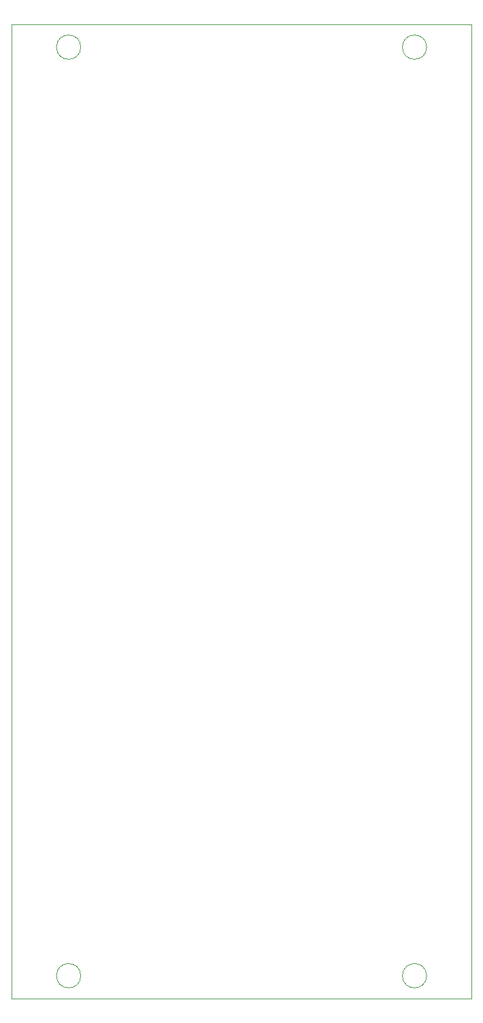
<source format=gbr>
%TF.GenerationSoftware,KiCad,Pcbnew,8.0.4*%
%TF.CreationDate,2024-08-28T23:32:37-04:00*%
%TF.ProjectId,adsr,61647372-2e6b-4696-9361-645f70636258,rev?*%
%TF.SameCoordinates,Original*%
%TF.FileFunction,Profile,NP*%
%FSLAX46Y46*%
G04 Gerber Fmt 4.6, Leading zero omitted, Abs format (unit mm)*
G04 Created by KiCad (PCBNEW 8.0.4) date 2024-08-28 23:32:37*
%MOMM*%
%LPD*%
G01*
G04 APERTURE LIST*
%TA.AperFunction,Profile*%
%ADD10C,0.050000*%
%TD*%
G04 APERTURE END LIST*
D10*
X104700000Y-175500000D02*
G75*
G02*
X101500000Y-175500000I-1600000J0D01*
G01*
X101500000Y-175500000D02*
G75*
G02*
X104700000Y-175500000I1600000J0D01*
G01*
X59100000Y-175500000D02*
G75*
G02*
X55900000Y-175500000I-1600000J0D01*
G01*
X55900000Y-175500000D02*
G75*
G02*
X59100000Y-175500000I1600000J0D01*
G01*
X104700000Y-53000000D02*
G75*
G02*
X101500000Y-53000000I-1600000J0D01*
G01*
X101500000Y-53000000D02*
G75*
G02*
X104700000Y-53000000I1600000J0D01*
G01*
X59100000Y-53000000D02*
G75*
G02*
X55900000Y-53000000I-1600000J0D01*
G01*
X55900000Y-53000000D02*
G75*
G02*
X59100000Y-53000000I1600000J0D01*
G01*
X50000000Y-50000000D02*
X110600000Y-50000000D01*
X110600000Y-178500000D01*
X50000000Y-178500000D01*
X50000000Y-50000000D01*
M02*

</source>
